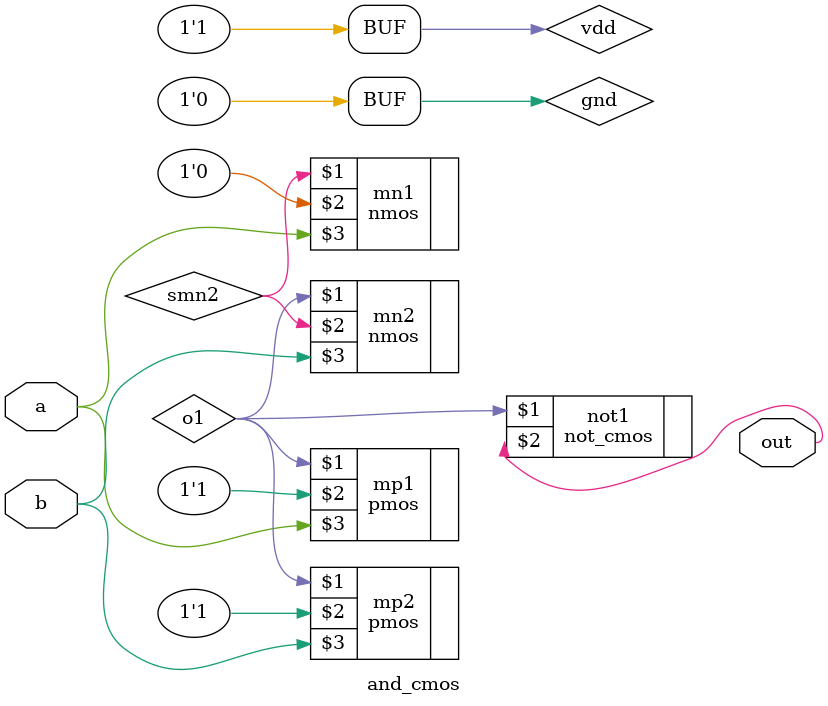
<source format=v>
module and_cmos(
    input a , b,
    output out 
);

supply1 vdd;
supply0 gnd;

// nand : 
pmos mp1 (o1 , vdd , a );
pmos mp2 (o1 , vdd , b );

nmos mn2 (o1 , smn2 , b );
nmos mn1 (smn2 , gnd , a);
// not : 
not_cmos not1(o1 , out );

endmodule
</source>
